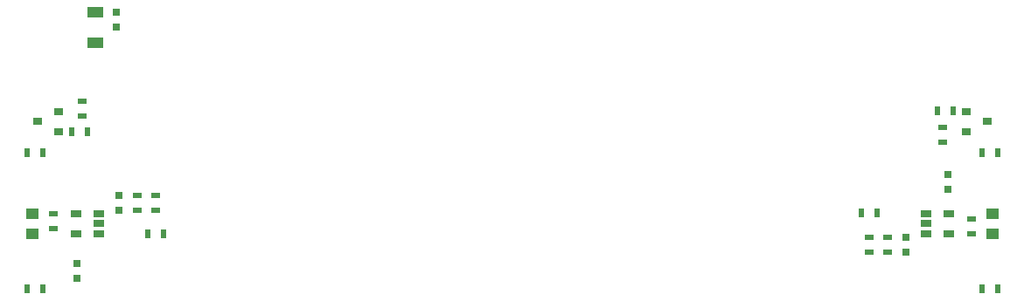
<source format=gbr>
G04 #@! TF.FileFunction,Paste,Top*
%FSLAX46Y46*%
G04 Gerber Fmt 4.6, Leading zero omitted, Abs format (unit mm)*
G04 Created by KiCad (PCBNEW 4.0.7) date 04/02/18 06:38:37*
%MOMM*%
%LPD*%
G01*
G04 APERTURE LIST*
%ADD10C,0.150000*%
%ADD11R,0.750000X0.800000*%
%ADD12R,1.600000X1.000000*%
%ADD13R,0.900000X0.800000*%
%ADD14R,1.250000X1.000000*%
%ADD15R,0.500000X0.900000*%
%ADD16R,0.900000X0.500000*%
%ADD17R,1.060000X0.650000*%
G04 APERTURE END LIST*
D10*
D11*
X45212000Y-40882000D03*
X45212000Y-39382000D03*
D12*
X43180000Y-39394000D03*
X43180000Y-42394000D03*
D13*
X39608000Y-50988000D03*
X39608000Y-49088000D03*
X37608000Y-50038000D03*
D11*
X45466000Y-57162000D03*
X45466000Y-58662000D03*
D14*
X37084000Y-60944000D03*
X37084000Y-58944000D03*
D11*
X121666000Y-62726000D03*
X121666000Y-61226000D03*
D14*
X130048000Y-58944000D03*
X130048000Y-60944000D03*
D15*
X48272000Y-60960000D03*
X49772000Y-60960000D03*
X118860000Y-58928000D03*
X117360000Y-58928000D03*
D16*
X47244000Y-58662000D03*
X47244000Y-57162000D03*
D15*
X42406000Y-51054000D03*
X40906000Y-51054000D03*
D16*
X49022000Y-58662000D03*
X49022000Y-57162000D03*
D15*
X36588000Y-53086000D03*
X38088000Y-53086000D03*
D16*
X39116000Y-58940000D03*
X39116000Y-60440000D03*
D15*
X36588000Y-66294000D03*
X38088000Y-66294000D03*
X130544000Y-53086000D03*
X129044000Y-53086000D03*
X130544000Y-66294000D03*
X129044000Y-66294000D03*
D16*
X119888000Y-61226000D03*
X119888000Y-62726000D03*
X118110000Y-61226000D03*
X118110000Y-62726000D03*
X128016000Y-60948000D03*
X128016000Y-59448000D03*
D17*
X43518000Y-60894000D03*
X43518000Y-59944000D03*
X43518000Y-58994000D03*
X41318000Y-58994000D03*
X41318000Y-60894000D03*
X123614000Y-58994000D03*
X123614000Y-59944000D03*
X123614000Y-60894000D03*
X125814000Y-60894000D03*
X125814000Y-58994000D03*
D16*
X41910000Y-49518000D03*
X41910000Y-48018000D03*
D13*
X127524000Y-49088000D03*
X127524000Y-50988000D03*
X129524000Y-50038000D03*
D16*
X125222000Y-50558000D03*
X125222000Y-52058000D03*
D15*
X126226000Y-49022000D03*
X124726000Y-49022000D03*
D11*
X41402000Y-65266000D03*
X41402000Y-63766000D03*
X125730000Y-55130000D03*
X125730000Y-56630000D03*
M02*

</source>
